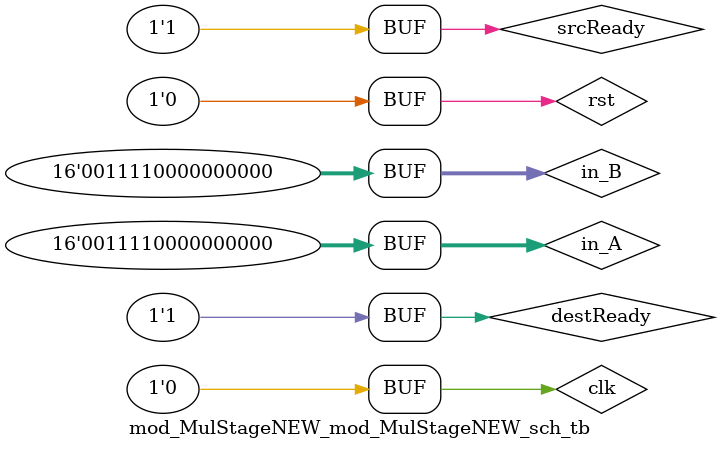
<source format=v>

`timescale 1ns / 1ps

module mod_MulStageNEW_mod_MulStageNEW_sch_tb();

// Inputs
   reg rst;
   reg clk;
   reg srcReady;
   reg [15:0] in_A;
   reg [15:0] in_B;
   reg destReady;

// Output
   wire readyForInput;
   wire outputReady;
   wire [15:0] multiplicationResult;

// Bidirs

// Instantiate the UUT
   mod_MulStageNEW UUT (
		.rst(rst), 
		.clk(clk), 
		.srcReady(srcReady), 
		.readyForInput(readyForInput), 
		.in_A(in_A), 
		.in_B(in_B), 
		.outputReady(outputReady), 
		.destReady(destReady), 
		.multiplicationResult(multiplicationResult)
   );
// Initialize Inputs

	
	initial begin
		rst = 0;
		clk = 0;
		srcReady = 0;
		in_A = 0;
		in_B = 0;
		destReady = 0;
		
		#100;
		rst = 1;
		#100;
		rst = 0;
		in_A = 16'b0011110000000000;//123.456
      in_B = 16'b0011110000000000;//123.456		
		srcReady = 1;
		#100;
		clk = 1;
		#100;
		clk = 0;
		#100;
		clk = 1;
		#100;
		clk = 0;
		#100;
		clk = 1;
		#100;
		clk = 0;
		#100;
		clk = 1;
		#100;
		clk = 0;
		destReady = 1;
		#100;
		clk = 1;
		#100;
		clk = 0;
		#100;
		clk = 1;
		#100;
		clk = 0;		
		#100;
		clk = 1;
		#100;
		clk = 0;
		#100;
		clk = 1;
		#100;
		clk = 0;
		#100;
		clk = 1;
		#100;
		clk = 0;		
		end
endmodule

</source>
